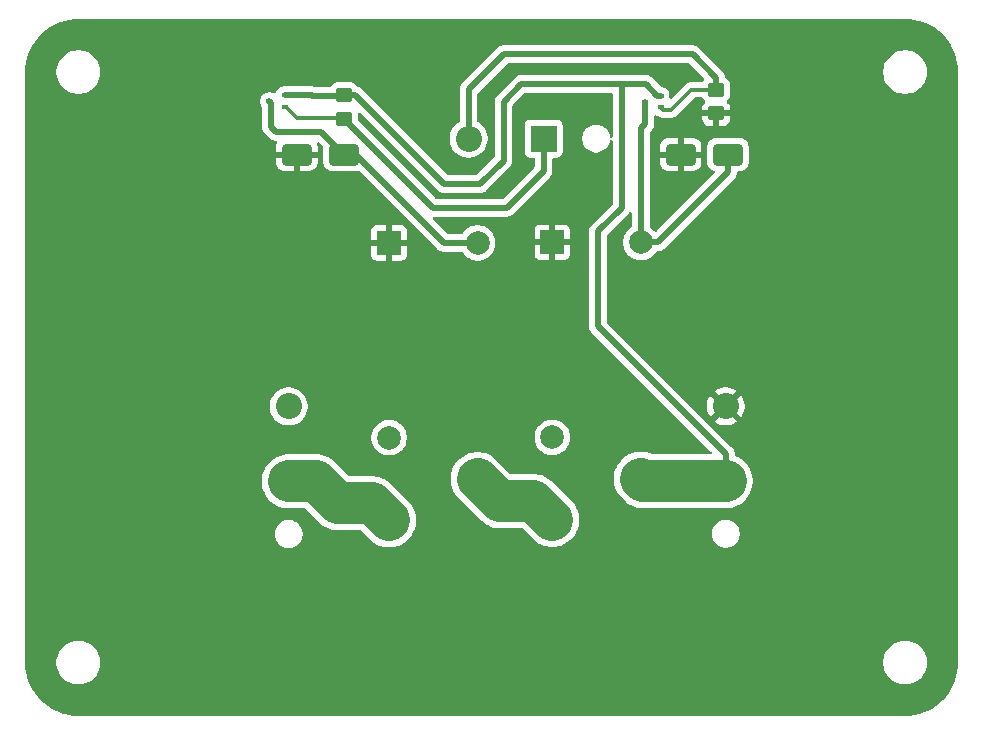
<source format=gtl>
G04 #@! TF.GenerationSoftware,KiCad,Pcbnew,9.0.0*
G04 #@! TF.CreationDate,2025-04-19T00:24:35-05:00*
G04 #@! TF.ProjectId,Charging_PCB,43686172-6769-46e6-975f-5043422e6b69,rev?*
G04 #@! TF.SameCoordinates,Original*
G04 #@! TF.FileFunction,Copper,L1,Top*
G04 #@! TF.FilePolarity,Positive*
%FSLAX46Y46*%
G04 Gerber Fmt 4.6, Leading zero omitted, Abs format (unit mm)*
G04 Created by KiCad (PCBNEW 9.0.0) date 2025-04-19 00:24:35*
%MOMM*%
%LPD*%
G01*
G04 APERTURE LIST*
G04 Aperture macros list*
%AMRoundRect*
0 Rectangle with rounded corners*
0 $1 Rounding radius*
0 $2 $3 $4 $5 $6 $7 $8 $9 X,Y pos of 4 corners*
0 Add a 4 corners polygon primitive as box body*
4,1,4,$2,$3,$4,$5,$6,$7,$8,$9,$2,$3,0*
0 Add four circle primitives for the rounded corners*
1,1,$1+$1,$2,$3*
1,1,$1+$1,$4,$5*
1,1,$1+$1,$6,$7*
1,1,$1+$1,$8,$9*
0 Add four rect primitives between the rounded corners*
20,1,$1+$1,$2,$3,$4,$5,0*
20,1,$1+$1,$4,$5,$6,$7,0*
20,1,$1+$1,$6,$7,$8,$9,0*
20,1,$1+$1,$8,$9,$2,$3,0*%
G04 Aperture macros list end*
G04 #@! TA.AperFunction,ComponentPad*
%ADD10R,2.210000X2.210000*%
G04 #@! TD*
G04 #@! TA.AperFunction,ComponentPad*
%ADD11C,2.210000*%
G04 #@! TD*
G04 #@! TA.AperFunction,ComponentPad*
%ADD12C,2.000000*%
G04 #@! TD*
G04 #@! TA.AperFunction,ComponentPad*
%ADD13R,2.000000X2.000000*%
G04 #@! TD*
G04 #@! TA.AperFunction,SMDPad,CuDef*
%ADD14RoundRect,0.250000X-0.450000X0.350000X-0.450000X-0.350000X0.450000X-0.350000X0.450000X0.350000X0*%
G04 #@! TD*
G04 #@! TA.AperFunction,SMDPad,CuDef*
%ADD15RoundRect,0.100000X-0.155000X-0.100000X0.155000X-0.100000X0.155000X0.100000X-0.155000X0.100000X0*%
G04 #@! TD*
G04 #@! TA.AperFunction,SMDPad,CuDef*
%ADD16RoundRect,0.250000X1.000000X0.650000X-1.000000X0.650000X-1.000000X-0.650000X1.000000X-0.650000X0*%
G04 #@! TD*
G04 #@! TA.AperFunction,ViaPad*
%ADD17C,0.700000*%
G04 #@! TD*
G04 #@! TA.AperFunction,Conductor*
%ADD18C,0.500000*%
G04 #@! TD*
G04 #@! TA.AperFunction,Conductor*
%ADD19C,3.560000*%
G04 #@! TD*
G04 #@! TA.AperFunction,Conductor*
%ADD20C,0.200000*%
G04 #@! TD*
G04 #@! TA.AperFunction,Conductor*
%ADD21C,0.300000*%
G04 #@! TD*
G04 APERTURE END LIST*
D10*
X129812500Y-114162500D03*
D11*
X129812500Y-107812500D03*
D12*
X152125000Y-117425000D03*
X159625000Y-113925000D03*
X152125000Y-110425000D03*
D13*
X152125000Y-93925000D03*
D12*
X159625000Y-93925000D03*
D14*
X166000000Y-81000000D03*
X166000000Y-83000000D03*
D12*
X138312500Y-117462500D03*
X145812500Y-113962500D03*
X138312500Y-110462500D03*
D13*
X138312500Y-93962500D03*
D12*
X145812500Y-93962500D03*
D15*
X129457500Y-81462500D03*
X129457500Y-82462500D03*
X128167500Y-81962500D03*
D14*
X134500000Y-81462500D03*
X134500000Y-83462500D03*
D10*
X166812500Y-114135000D03*
D11*
X166812500Y-107785000D03*
D15*
X161290000Y-81500000D03*
X161290000Y-82500000D03*
X160000000Y-82000000D03*
D16*
X167000000Y-86500000D03*
X163000000Y-86500000D03*
X134500000Y-86500000D03*
X130500000Y-86500000D03*
D10*
X151387500Y-85135000D03*
D11*
X145037500Y-85135000D03*
D17*
X179936399Y-85020471D03*
X182436399Y-85020471D03*
X110069913Y-85018530D03*
X115069913Y-85018530D03*
X112569913Y-85018530D03*
X154000000Y-88500000D03*
X154000000Y-86000000D03*
X154000000Y-83500000D03*
X152500000Y-97500000D03*
X170000000Y-125000000D03*
X175000000Y-125000000D03*
X172500000Y-125000000D03*
X132500000Y-100000000D03*
X130000000Y-100000000D03*
X125000000Y-100000000D03*
X127500000Y-100000000D03*
X142500000Y-82500000D03*
X140000000Y-82500000D03*
X125000000Y-77500000D03*
X125000000Y-85000000D03*
X125000000Y-82500000D03*
X125000000Y-80000000D03*
X125000000Y-87500000D03*
X142500000Y-80000000D03*
X140000000Y-80000000D03*
X150000000Y-125000000D03*
X147500000Y-125000000D03*
X142500000Y-125000000D03*
X140000000Y-125000000D03*
X145000000Y-125000000D03*
X137500000Y-125000000D03*
X135000000Y-125000000D03*
X130000000Y-125000000D03*
X132500000Y-125000000D03*
X125000000Y-125000000D03*
X127500000Y-125000000D03*
X170000000Y-117500000D03*
X170000000Y-120000000D03*
X169861632Y-112617999D03*
X169861632Y-115117999D03*
X170000000Y-107500000D03*
X170000000Y-110000000D03*
X160000000Y-97500000D03*
X160000000Y-100000000D03*
X167500000Y-102500000D03*
X167500000Y-105000000D03*
X165000000Y-102500000D03*
X165000000Y-105000000D03*
X170000000Y-102500000D03*
X170000000Y-105000000D03*
X142500000Y-115000000D03*
X142500000Y-117500000D03*
X142500000Y-110000000D03*
X142500000Y-112500000D03*
X155000000Y-117500000D03*
X155000000Y-115000000D03*
X155812500Y-112500000D03*
X155812500Y-110000000D03*
X152500000Y-102500000D03*
X152500000Y-100000000D03*
X155000000Y-107500000D03*
X155000000Y-105000000D03*
X152500000Y-105000000D03*
X152500000Y-107500000D03*
X130000000Y-105000000D03*
X130000000Y-102500000D03*
X127500000Y-102500000D03*
X127500000Y-105000000D03*
X145000000Y-107500000D03*
X140000000Y-107500000D03*
X142500000Y-107500000D03*
X147500000Y-107500000D03*
X137500000Y-107500000D03*
X147500000Y-105000000D03*
X147500000Y-102500000D03*
X147500000Y-100000000D03*
X147500000Y-97500000D03*
X145000000Y-102500000D03*
X137500000Y-105000000D03*
X140000000Y-105000000D03*
X140000000Y-102500000D03*
X142500000Y-102500000D03*
X137500000Y-97500000D03*
X145000000Y-105000000D03*
X137500000Y-102500000D03*
X142500000Y-105000000D03*
X140000000Y-100000000D03*
X140000000Y-97500000D03*
X142500000Y-97500000D03*
X145000000Y-97500000D03*
X145000000Y-100000000D03*
X142500000Y-100000000D03*
X137500000Y-100000000D03*
X170000000Y-95000000D03*
X170000000Y-92500000D03*
X170000000Y-97500000D03*
X167500000Y-97500000D03*
X165000000Y-95000000D03*
X167500000Y-95000000D03*
X165000000Y-92500000D03*
X165000000Y-97500000D03*
X167500000Y-92500000D03*
X170000000Y-82500000D03*
X170000000Y-80000000D03*
X167500000Y-80000000D03*
X177500000Y-85000000D03*
X177500000Y-82500000D03*
X175000000Y-80000000D03*
X177500000Y-80000000D03*
X172500000Y-82500000D03*
X172500000Y-80000000D03*
X172500000Y-85000000D03*
X175000000Y-82500000D03*
X175000000Y-85000000D03*
X182500000Y-117500000D03*
X175000000Y-120000000D03*
X172500000Y-117500000D03*
X172500000Y-120000000D03*
X177500000Y-120000000D03*
X177500000Y-117500000D03*
X180000000Y-117500000D03*
X175000000Y-112500000D03*
X182500000Y-120000000D03*
X175000000Y-117500000D03*
X180000000Y-120000000D03*
X177500000Y-115000000D03*
X177500000Y-112500000D03*
X180000000Y-112500000D03*
X182500000Y-112500000D03*
X182500000Y-115000000D03*
X180000000Y-115000000D03*
X175000000Y-115000000D03*
X172500000Y-112500000D03*
X172500000Y-115000000D03*
X172500000Y-102500000D03*
X172500000Y-100000000D03*
X172500000Y-105000000D03*
X175000000Y-90000000D03*
X175000000Y-105000000D03*
X172500000Y-97500000D03*
X175000000Y-92500000D03*
X175000000Y-87500000D03*
X175000000Y-97500000D03*
X177500000Y-92500000D03*
X177500000Y-87500000D03*
X182500000Y-92500000D03*
X182500000Y-90000000D03*
X182500000Y-87500000D03*
X180000000Y-92500000D03*
X180000000Y-87500000D03*
X177500000Y-90000000D03*
X180000000Y-90000000D03*
X182500000Y-107500000D03*
X177500000Y-110000000D03*
X180000000Y-107500000D03*
X177500000Y-107500000D03*
X182500000Y-110000000D03*
X175000000Y-107500000D03*
X180000000Y-110000000D03*
X172500000Y-107500000D03*
X172500000Y-110000000D03*
X175000000Y-110000000D03*
X175000000Y-100000000D03*
X175000000Y-102500000D03*
X182500000Y-105000000D03*
X177500000Y-105000000D03*
X177500000Y-102500000D03*
X180000000Y-102500000D03*
X180000000Y-97500000D03*
X182500000Y-102500000D03*
X182500000Y-100000000D03*
X182500000Y-97500000D03*
X177500000Y-100000000D03*
X180000000Y-100000000D03*
X177500000Y-97500000D03*
X180000000Y-105000000D03*
X180000000Y-95000000D03*
X177500000Y-95000000D03*
X172500000Y-92500000D03*
X172500000Y-87500000D03*
X175000000Y-95000000D03*
X172500000Y-90000000D03*
X182500000Y-95000000D03*
X172500000Y-95000000D03*
X132500000Y-90000000D03*
X132500000Y-92500000D03*
X132500000Y-97500000D03*
X132500000Y-95000000D03*
X127500000Y-90000000D03*
X125000000Y-90000000D03*
X130000000Y-90000000D03*
X127500000Y-92500000D03*
X125000000Y-92500000D03*
X130000000Y-92500000D03*
X127500000Y-95000000D03*
X125000000Y-95000000D03*
X130000000Y-95000000D03*
X127500000Y-97500000D03*
X125000000Y-97500000D03*
X130000000Y-97500000D03*
X127500000Y-77500000D03*
X130000000Y-77500000D03*
X120000000Y-77500000D03*
X117500000Y-77500000D03*
X122500000Y-77500000D03*
X122500000Y-85000000D03*
X120000000Y-85000000D03*
X120000000Y-80000000D03*
X122500000Y-80000000D03*
X117500000Y-80000000D03*
X117500000Y-85000000D03*
X122500000Y-82500000D03*
X117500000Y-82500000D03*
X120000000Y-82500000D03*
X115000000Y-122500000D03*
X112500000Y-122500000D03*
X112500000Y-117500000D03*
X115000000Y-117500000D03*
X110000000Y-117500000D03*
X110000000Y-122500000D03*
X115000000Y-120000000D03*
X110000000Y-120000000D03*
X112500000Y-120000000D03*
X117500000Y-122500000D03*
X117500000Y-117500000D03*
X122500000Y-122500000D03*
X122500000Y-120000000D03*
X122500000Y-117500000D03*
X120000000Y-122500000D03*
X120000000Y-117500000D03*
X117500000Y-120000000D03*
X120000000Y-120000000D03*
X120000000Y-125000000D03*
X117500000Y-125000000D03*
X122500000Y-125000000D03*
X117500000Y-112500000D03*
X117500000Y-107500000D03*
X122500000Y-112500000D03*
X122500000Y-110000000D03*
X122500000Y-107500000D03*
X120000000Y-112500000D03*
X120000000Y-107500000D03*
X117500000Y-110000000D03*
X120000000Y-110000000D03*
X120000000Y-115000000D03*
X117500000Y-115000000D03*
X122500000Y-115000000D03*
X110000000Y-112500000D03*
X110000000Y-107500000D03*
X115000000Y-112500000D03*
X115000000Y-110000000D03*
X115000000Y-107500000D03*
X112500000Y-112500000D03*
X112500000Y-107500000D03*
X110000000Y-110000000D03*
X112500000Y-110000000D03*
X112500000Y-115000000D03*
X110000000Y-115000000D03*
X115000000Y-115000000D03*
X117500000Y-102500000D03*
X122500000Y-102500000D03*
X122500000Y-100000000D03*
X122500000Y-97500000D03*
X120000000Y-102500000D03*
X117500000Y-100000000D03*
X120000000Y-105000000D03*
X117500000Y-105000000D03*
X122500000Y-105000000D03*
X110000000Y-102500000D03*
X110000000Y-97500000D03*
X115000000Y-102500000D03*
X115000000Y-100000000D03*
X115000000Y-97500000D03*
X112500000Y-102500000D03*
X112500000Y-97500000D03*
X110000000Y-100000000D03*
X112500000Y-100000000D03*
X112500000Y-105000000D03*
X110000000Y-105000000D03*
X115000000Y-105000000D03*
X110000000Y-92500000D03*
X110000000Y-87500000D03*
X115000000Y-87500000D03*
X112500000Y-87500000D03*
X110000000Y-90000000D03*
X112500000Y-95000000D03*
X110000000Y-95000000D03*
X122500000Y-95000000D03*
X122500000Y-90000000D03*
X122500000Y-87500000D03*
X120000000Y-87500000D03*
X117500000Y-87500000D03*
X130500000Y-89000000D03*
X128000000Y-86500000D03*
X163000000Y-88500000D03*
D18*
X160032500Y-80500000D02*
X158000000Y-80500000D01*
X160000000Y-83900000D02*
X160000000Y-82000000D01*
X159625000Y-84275000D02*
X160000000Y-83900000D01*
X159625000Y-93925000D02*
X159625000Y-84275000D01*
X167000000Y-88000000D02*
X167000000Y-86500000D01*
X159625000Y-93925000D02*
X161075000Y-93925000D01*
X161075000Y-93925000D02*
X167000000Y-88000000D01*
X156000000Y-101000000D02*
X166812500Y-111812500D01*
X166812500Y-111812500D02*
X166812500Y-114135000D01*
X156000000Y-93000000D02*
X156000000Y-101000000D01*
X158000000Y-91000000D02*
X156000000Y-93000000D01*
X158000000Y-80500000D02*
X158000000Y-91000000D01*
X142037500Y-91000000D02*
X134500000Y-83462500D01*
X148261250Y-91000000D02*
X142037500Y-91000000D01*
X151387500Y-87873750D02*
X148261250Y-91000000D01*
X151387500Y-85135000D02*
X151387500Y-87873750D01*
X135500000Y-86500000D02*
X142962500Y-93962500D01*
X142962500Y-93962500D02*
X145812500Y-93962500D01*
X134500000Y-86500000D02*
X135500000Y-86500000D01*
X164000000Y-78000000D02*
X166000000Y-80000000D01*
X148000000Y-78000000D02*
X164000000Y-78000000D01*
X145037500Y-80962500D02*
X148000000Y-78000000D01*
X145037500Y-85135000D02*
X145037500Y-80962500D01*
X166000000Y-80000000D02*
X166000000Y-81000000D01*
X148000000Y-87000000D02*
X146000000Y-89000000D01*
X146000000Y-89000000D02*
X143000000Y-89000000D01*
X148000000Y-82000000D02*
X148000000Y-87000000D01*
X149500000Y-80500000D02*
X148000000Y-82000000D01*
X158000000Y-80500000D02*
X149500000Y-80500000D01*
X143000000Y-89000000D02*
X135462500Y-81462500D01*
X135462500Y-81462500D02*
X134500000Y-81462500D01*
D19*
X152125000Y-117425000D02*
X150525000Y-115825000D01*
X134000000Y-116000000D02*
X136850000Y-116000000D01*
D18*
X161032500Y-81500000D02*
X160032500Y-80500000D01*
D19*
X147675000Y-115825000D02*
X145812500Y-113962500D01*
X132162500Y-114162500D02*
X134000000Y-116000000D01*
X129812500Y-114162500D02*
X132162500Y-114162500D01*
X136850000Y-116000000D02*
X138312500Y-117462500D01*
X150525000Y-115825000D02*
X147675000Y-115825000D01*
X166812500Y-114135000D02*
X159835000Y-114135000D01*
X159835000Y-114135000D02*
X159625000Y-113925000D01*
D18*
X161290000Y-81500000D02*
X161032500Y-81500000D01*
D20*
X134462500Y-81500000D02*
X134500000Y-81462500D01*
D18*
X131812500Y-81500000D02*
X134462500Y-81500000D01*
X131812500Y-81500000D02*
X131775000Y-81462500D01*
X131775000Y-81462500D02*
X129457500Y-81462500D01*
X132563500Y-84563500D02*
X134500000Y-86500000D01*
X128738500Y-84563500D02*
X132563500Y-84563500D01*
X128167500Y-81962500D02*
X128312500Y-82107500D01*
X128312500Y-84137500D02*
X128738500Y-84563500D01*
X128312500Y-82107500D02*
X128312500Y-84137500D01*
D21*
X130515000Y-83375000D02*
X134412500Y-83375000D01*
X129602500Y-82462500D02*
X130515000Y-83375000D01*
D20*
X134412500Y-83375000D02*
X134500000Y-83462500D01*
D21*
X129457500Y-82462500D02*
X129602500Y-82462500D01*
X163900000Y-81000000D02*
X162192500Y-82707500D01*
X161497500Y-82707500D02*
X161290000Y-82500000D01*
X162192500Y-82707500D02*
X161497500Y-82707500D01*
X166000000Y-81000000D02*
X163900000Y-81000000D01*
G04 #@! TA.AperFunction,Conductor*
G36*
X182002702Y-75000617D02*
G01*
X182386771Y-75017386D01*
X182397506Y-75018326D01*
X182775971Y-75068152D01*
X182786597Y-75070025D01*
X183159284Y-75152648D01*
X183169710Y-75155442D01*
X183533765Y-75270227D01*
X183543911Y-75273920D01*
X183896578Y-75420000D01*
X183906369Y-75424566D01*
X184244942Y-75600816D01*
X184254310Y-75606224D01*
X184576244Y-75811318D01*
X184585105Y-75817523D01*
X184887930Y-76049889D01*
X184896217Y-76056843D01*
X185177635Y-76314715D01*
X185185284Y-76322364D01*
X185443156Y-76603782D01*
X185450110Y-76612069D01*
X185682476Y-76914894D01*
X185688681Y-76923755D01*
X185893775Y-77245689D01*
X185899183Y-77255057D01*
X186075430Y-77593623D01*
X186080002Y-77603427D01*
X186226075Y-77956078D01*
X186229775Y-77966244D01*
X186344554Y-78330278D01*
X186347354Y-78340727D01*
X186429971Y-78713389D01*
X186431849Y-78724042D01*
X186481671Y-79102473D01*
X186482614Y-79113249D01*
X186499382Y-79497297D01*
X186499500Y-79502706D01*
X186499500Y-129497293D01*
X186499382Y-129502702D01*
X186482614Y-129886750D01*
X186481671Y-129897526D01*
X186431849Y-130275957D01*
X186429971Y-130286610D01*
X186347354Y-130659272D01*
X186344554Y-130669721D01*
X186229775Y-131033755D01*
X186226075Y-131043921D01*
X186080002Y-131396572D01*
X186075430Y-131406376D01*
X185899183Y-131744942D01*
X185893775Y-131754310D01*
X185688681Y-132076244D01*
X185682476Y-132085105D01*
X185450110Y-132387930D01*
X185443156Y-132396217D01*
X185185284Y-132677635D01*
X185177635Y-132685284D01*
X184896217Y-132943156D01*
X184887930Y-132950110D01*
X184585105Y-133182476D01*
X184576244Y-133188681D01*
X184254310Y-133393775D01*
X184244942Y-133399183D01*
X183906376Y-133575430D01*
X183896572Y-133580002D01*
X183543921Y-133726075D01*
X183533755Y-133729775D01*
X183169721Y-133844554D01*
X183159272Y-133847354D01*
X182786610Y-133929971D01*
X182775957Y-133931849D01*
X182397526Y-133981671D01*
X182386750Y-133982614D01*
X182002703Y-133999382D01*
X181997294Y-133999500D01*
X112002706Y-133999500D01*
X111997297Y-133999382D01*
X111613249Y-133982614D01*
X111602473Y-133981671D01*
X111224042Y-133931849D01*
X111213389Y-133929971D01*
X110840727Y-133847354D01*
X110830278Y-133844554D01*
X110466244Y-133729775D01*
X110456078Y-133726075D01*
X110103427Y-133580002D01*
X110093623Y-133575430D01*
X109755057Y-133399183D01*
X109745689Y-133393775D01*
X109423755Y-133188681D01*
X109414894Y-133182476D01*
X109112069Y-132950110D01*
X109103782Y-132943156D01*
X108822364Y-132685284D01*
X108814715Y-132677635D01*
X108556843Y-132396217D01*
X108549889Y-132387930D01*
X108317523Y-132085105D01*
X108311318Y-132076244D01*
X108106224Y-131754310D01*
X108100816Y-131744942D01*
X107924569Y-131406376D01*
X107919997Y-131396572D01*
X107773920Y-131043911D01*
X107770224Y-131033755D01*
X107655442Y-130669710D01*
X107652648Y-130659284D01*
X107570025Y-130286597D01*
X107568152Y-130275971D01*
X107518326Y-129897506D01*
X107517386Y-129886771D01*
X107500618Y-129502702D01*
X107500500Y-129497293D01*
X107500500Y-129378711D01*
X110149500Y-129378711D01*
X110149500Y-129621288D01*
X110181161Y-129861785D01*
X110243947Y-130096104D01*
X110336773Y-130320205D01*
X110336776Y-130320212D01*
X110458064Y-130530289D01*
X110458066Y-130530292D01*
X110458067Y-130530293D01*
X110605733Y-130722736D01*
X110605739Y-130722743D01*
X110777256Y-130894260D01*
X110777262Y-130894265D01*
X110969711Y-131041936D01*
X111179788Y-131163224D01*
X111403900Y-131256054D01*
X111638211Y-131318838D01*
X111818586Y-131342584D01*
X111878711Y-131350500D01*
X111878712Y-131350500D01*
X112121289Y-131350500D01*
X112169388Y-131344167D01*
X112361789Y-131318838D01*
X112596100Y-131256054D01*
X112820212Y-131163224D01*
X113030289Y-131041936D01*
X113222738Y-130894265D01*
X113394265Y-130722738D01*
X113541936Y-130530289D01*
X113663224Y-130320212D01*
X113756054Y-130096100D01*
X113818838Y-129861789D01*
X113850500Y-129621288D01*
X113850500Y-129378712D01*
X113850500Y-129378711D01*
X180149500Y-129378711D01*
X180149500Y-129621288D01*
X180181161Y-129861785D01*
X180243947Y-130096104D01*
X180336773Y-130320205D01*
X180336776Y-130320212D01*
X180458064Y-130530289D01*
X180458066Y-130530292D01*
X180458067Y-130530293D01*
X180605733Y-130722736D01*
X180605739Y-130722743D01*
X180777256Y-130894260D01*
X180777262Y-130894265D01*
X180969711Y-131041936D01*
X181179788Y-131163224D01*
X181403900Y-131256054D01*
X181638211Y-131318838D01*
X181818586Y-131342584D01*
X181878711Y-131350500D01*
X181878712Y-131350500D01*
X182121289Y-131350500D01*
X182169388Y-131344167D01*
X182361789Y-131318838D01*
X182596100Y-131256054D01*
X182820212Y-131163224D01*
X183030289Y-131041936D01*
X183222738Y-130894265D01*
X183394265Y-130722738D01*
X183541936Y-130530289D01*
X183663224Y-130320212D01*
X183756054Y-130096100D01*
X183818838Y-129861789D01*
X183850500Y-129621288D01*
X183850500Y-129378712D01*
X183818838Y-129138211D01*
X183756054Y-128903900D01*
X183663224Y-128679788D01*
X183541936Y-128469711D01*
X183394265Y-128277262D01*
X183394260Y-128277256D01*
X183222743Y-128105739D01*
X183222736Y-128105733D01*
X183030293Y-127958067D01*
X183030292Y-127958066D01*
X183030289Y-127958064D01*
X182820212Y-127836776D01*
X182820205Y-127836773D01*
X182596104Y-127743947D01*
X182361785Y-127681161D01*
X182121289Y-127649500D01*
X182121288Y-127649500D01*
X181878712Y-127649500D01*
X181878711Y-127649500D01*
X181638214Y-127681161D01*
X181403895Y-127743947D01*
X181179794Y-127836773D01*
X181179785Y-127836777D01*
X180969706Y-127958067D01*
X180777263Y-128105733D01*
X180777256Y-128105739D01*
X180605739Y-128277256D01*
X180605733Y-128277263D01*
X180458067Y-128469706D01*
X180336777Y-128679785D01*
X180336773Y-128679794D01*
X180243947Y-128903895D01*
X180181161Y-129138214D01*
X180149500Y-129378711D01*
X113850500Y-129378711D01*
X113818838Y-129138211D01*
X113756054Y-128903900D01*
X113663224Y-128679788D01*
X113541936Y-128469711D01*
X113394265Y-128277262D01*
X113394260Y-128277256D01*
X113222743Y-128105739D01*
X113222736Y-128105733D01*
X113030293Y-127958067D01*
X113030292Y-127958066D01*
X113030289Y-127958064D01*
X112820212Y-127836776D01*
X112820205Y-127836773D01*
X112596104Y-127743947D01*
X112361785Y-127681161D01*
X112121289Y-127649500D01*
X112121288Y-127649500D01*
X111878712Y-127649500D01*
X111878711Y-127649500D01*
X111638214Y-127681161D01*
X111403895Y-127743947D01*
X111179794Y-127836773D01*
X111179785Y-127836777D01*
X110969706Y-127958067D01*
X110777263Y-128105733D01*
X110777256Y-128105739D01*
X110605739Y-128277256D01*
X110605733Y-128277263D01*
X110458067Y-128469706D01*
X110336777Y-128679785D01*
X110336773Y-128679794D01*
X110243947Y-128903895D01*
X110181161Y-129138214D01*
X110149500Y-129378711D01*
X107500500Y-129378711D01*
X107500500Y-118519593D01*
X128632000Y-118519593D01*
X128632000Y-118705406D01*
X128661068Y-118888935D01*
X128661068Y-118888938D01*
X128718486Y-119065652D01*
X128758025Y-119143251D01*
X128802846Y-119231217D01*
X128912065Y-119381544D01*
X129043456Y-119512935D01*
X129193783Y-119622154D01*
X129305375Y-119679013D01*
X129359347Y-119706513D01*
X129536062Y-119763931D01*
X129536063Y-119763931D01*
X129536066Y-119763932D01*
X129719593Y-119793000D01*
X129719594Y-119793000D01*
X129905406Y-119793000D01*
X129905407Y-119793000D01*
X130088934Y-119763932D01*
X130088937Y-119763931D01*
X130088938Y-119763931D01*
X130265652Y-119706513D01*
X130265652Y-119706512D01*
X130265655Y-119706512D01*
X130431217Y-119622154D01*
X130581544Y-119512935D01*
X130712935Y-119381544D01*
X130822154Y-119231217D01*
X130906512Y-119065655D01*
X130937799Y-118969364D01*
X130963931Y-118888938D01*
X130963931Y-118888937D01*
X130963932Y-118888934D01*
X130993000Y-118705407D01*
X130993000Y-118519593D01*
X130963932Y-118336066D01*
X130963931Y-118336062D01*
X130963931Y-118336061D01*
X130906513Y-118159347D01*
X130889107Y-118125185D01*
X130822154Y-117993783D01*
X130712935Y-117843456D01*
X130581544Y-117712065D01*
X130431217Y-117602846D01*
X130375530Y-117574472D01*
X130265652Y-117518486D01*
X130088937Y-117461068D01*
X129951288Y-117439267D01*
X129905407Y-117432000D01*
X129719593Y-117432000D01*
X129658417Y-117441689D01*
X129536064Y-117461068D01*
X129536061Y-117461068D01*
X129359347Y-117518486D01*
X129193782Y-117602846D01*
X129108015Y-117665159D01*
X129043456Y-117712065D01*
X129043454Y-117712067D01*
X129043453Y-117712067D01*
X128912067Y-117843453D01*
X128912067Y-117843454D01*
X128912065Y-117843456D01*
X128892164Y-117870848D01*
X128802846Y-117993782D01*
X128718486Y-118159347D01*
X128661068Y-118336061D01*
X128661068Y-118336064D01*
X128632000Y-118519593D01*
X107500500Y-118519593D01*
X107500500Y-114013034D01*
X127532000Y-114013034D01*
X127532000Y-114311965D01*
X127532001Y-114311981D01*
X127571019Y-114608354D01*
X127648394Y-114897120D01*
X127762790Y-115173296D01*
X127762794Y-115173305D01*
X127796795Y-115232196D01*
X127912265Y-115432196D01*
X127912270Y-115432202D01*
X127912271Y-115432204D01*
X128094249Y-115669362D01*
X128094255Y-115669369D01*
X128305630Y-115880744D01*
X128305637Y-115880750D01*
X128354361Y-115918137D01*
X128542804Y-116062735D01*
X128801697Y-116212207D01*
X129077884Y-116326607D01*
X129366642Y-116403980D01*
X129663028Y-116443000D01*
X131166524Y-116443000D01*
X131233563Y-116462685D01*
X131254205Y-116479319D01*
X132493129Y-117718244D01*
X132493136Y-117718250D01*
X132730299Y-117900232D01*
X132730298Y-117900232D01*
X132730302Y-117900234D01*
X132730303Y-117900235D01*
X132744370Y-117908356D01*
X132744372Y-117908358D01*
X132744373Y-117908358D01*
X132989197Y-118049707D01*
X133265384Y-118164107D01*
X133554142Y-118241480D01*
X133850528Y-118280500D01*
X135854024Y-118280500D01*
X135921063Y-118300185D01*
X135941705Y-118316819D01*
X136805629Y-119180744D01*
X136805636Y-119180750D01*
X137042805Y-119362737D01*
X137042807Y-119362738D01*
X137301686Y-119512200D01*
X137301689Y-119512201D01*
X137301697Y-119512206D01*
X137577884Y-119626607D01*
X137866641Y-119703979D01*
X138163028Y-119742999D01*
X138163035Y-119742999D01*
X138461965Y-119742999D01*
X138461972Y-119742999D01*
X138758358Y-119703979D01*
X139047116Y-119626607D01*
X139323303Y-119512206D01*
X139582196Y-119362735D01*
X139819364Y-119180749D01*
X140030749Y-118969364D01*
X140212735Y-118732196D01*
X140362206Y-118473303D01*
X140476607Y-118197116D01*
X140553979Y-117908358D01*
X140592999Y-117611972D01*
X140592999Y-117313028D01*
X140553979Y-117016641D01*
X140476607Y-116727884D01*
X140362206Y-116451697D01*
X140341307Y-116415498D01*
X140212738Y-116192807D01*
X140212737Y-116192805D01*
X140030750Y-115955636D01*
X140030744Y-115955629D01*
X138356869Y-114281754D01*
X138356862Y-114281748D01*
X138119700Y-114099768D01*
X138119699Y-114099767D01*
X138119696Y-114099765D01*
X137860803Y-113950293D01*
X137860796Y-113950290D01*
X137796192Y-113923530D01*
X137584620Y-113835894D01*
X137499280Y-113813027D01*
X143532001Y-113813027D01*
X143532001Y-114111972D01*
X143571019Y-114408354D01*
X143648394Y-114697120D01*
X143719846Y-114869620D01*
X143762793Y-114973303D01*
X143912265Y-115232196D01*
X143912267Y-115232199D01*
X143912268Y-115232200D01*
X144094248Y-115469362D01*
X144094254Y-115469369D01*
X146168130Y-117543245D01*
X146168136Y-117543250D01*
X146405304Y-117725235D01*
X146562432Y-117815953D01*
X146664189Y-117874703D01*
X146664194Y-117874705D01*
X146664197Y-117874707D01*
X146940384Y-117989108D01*
X147225462Y-118065494D01*
X147229142Y-118066480D01*
X147525528Y-118105500D01*
X149529024Y-118105500D01*
X149596063Y-118125185D01*
X149616705Y-118141819D01*
X150618130Y-119143245D01*
X150618136Y-119143250D01*
X150855304Y-119325235D01*
X151021696Y-119421301D01*
X151114189Y-119474703D01*
X151114194Y-119474705D01*
X151114197Y-119474707D01*
X151390384Y-119589108D01*
X151679142Y-119666480D01*
X151888461Y-119694036D01*
X151975527Y-119705499D01*
X151975528Y-119705499D01*
X152274473Y-119705499D01*
X152341769Y-119696639D01*
X152570859Y-119666480D01*
X152859616Y-119589108D01*
X153135803Y-119474707D01*
X153394697Y-119325235D01*
X153631865Y-119143250D01*
X153843250Y-118931865D01*
X154025235Y-118694697D01*
X154142208Y-118492093D01*
X165632000Y-118492093D01*
X165632000Y-118677907D01*
X165636356Y-118705407D01*
X165661068Y-118861435D01*
X165661068Y-118861438D01*
X165718486Y-119038152D01*
X165772037Y-119143251D01*
X165802846Y-119203717D01*
X165912065Y-119354044D01*
X166043456Y-119485435D01*
X166193783Y-119594654D01*
X166334746Y-119666478D01*
X166359347Y-119679013D01*
X166536062Y-119736431D01*
X166536063Y-119736431D01*
X166536066Y-119736432D01*
X166719593Y-119765500D01*
X166719594Y-119765500D01*
X166905406Y-119765500D01*
X166905407Y-119765500D01*
X167088934Y-119736432D01*
X167088937Y-119736431D01*
X167088938Y-119736431D01*
X167265652Y-119679013D01*
X167265652Y-119679012D01*
X167265655Y-119679012D01*
X167431217Y-119594654D01*
X167581544Y-119485435D01*
X167712935Y-119354044D01*
X167822154Y-119203717D01*
X167906512Y-119038155D01*
X167928862Y-118969369D01*
X167963931Y-118861438D01*
X167963931Y-118861437D01*
X167963932Y-118861434D01*
X167993000Y-118677907D01*
X167993000Y-118492093D01*
X167963932Y-118308566D01*
X167963931Y-118308562D01*
X167963931Y-118308561D01*
X167906513Y-118131847D01*
X167903119Y-118125185D01*
X167822154Y-117966283D01*
X167712935Y-117815956D01*
X167581544Y-117684565D01*
X167431217Y-117575346D01*
X167368225Y-117543250D01*
X167265652Y-117490986D01*
X167088937Y-117433568D01*
X166951288Y-117411767D01*
X166905407Y-117404500D01*
X166719593Y-117404500D01*
X166658417Y-117414189D01*
X166536064Y-117433568D01*
X166536061Y-117433568D01*
X166359347Y-117490986D01*
X166193782Y-117575346D01*
X166143359Y-117611981D01*
X166043456Y-117684565D01*
X166043454Y-117684567D01*
X166043453Y-117684567D01*
X165912067Y-117815953D01*
X165912067Y-117815954D01*
X165912065Y-117815956D01*
X165892087Y-117843454D01*
X165802846Y-117966282D01*
X165718486Y-118131847D01*
X165661068Y-118308561D01*
X165661068Y-118308564D01*
X165640915Y-118435805D01*
X165632000Y-118492093D01*
X154142208Y-118492093D01*
X154174707Y-118435803D01*
X154289108Y-118159616D01*
X154366480Y-117870859D01*
X154405499Y-117574472D01*
X154405499Y-117275528D01*
X154366480Y-116979142D01*
X154289108Y-116690384D01*
X154174707Y-116414197D01*
X154174705Y-116414194D01*
X154174703Y-116414189D01*
X154108260Y-116299107D01*
X154025235Y-116155304D01*
X153843250Y-115918136D01*
X153843245Y-115918130D01*
X152031869Y-114106754D01*
X152031862Y-114106748D01*
X151794700Y-113924768D01*
X151794699Y-113924767D01*
X151794696Y-113924765D01*
X151536210Y-113775528D01*
X151535805Y-113775294D01*
X151535796Y-113775290D01*
X151259620Y-113660894D01*
X150970854Y-113583519D01*
X150674481Y-113544501D01*
X150674478Y-113544500D01*
X150674472Y-113544500D01*
X150674465Y-113544500D01*
X148670976Y-113544500D01*
X148603937Y-113524815D01*
X148583295Y-113508181D01*
X147319369Y-112244254D01*
X147319362Y-112244248D01*
X147082200Y-112062268D01*
X147082199Y-112062267D01*
X147082196Y-112062265D01*
X146823303Y-111912793D01*
X146823296Y-111912790D01*
X146547120Y-111798394D01*
X146323900Y-111738582D01*
X146258358Y-111721020D01*
X146258357Y-111721019D01*
X146258354Y-111721019D01*
X145961973Y-111682001D01*
X145961972Y-111682001D01*
X145663028Y-111682001D01*
X145663027Y-111682001D01*
X145366645Y-111721019D01*
X145077879Y-111798394D01*
X144801703Y-111912790D01*
X144801694Y-111912794D01*
X144542799Y-112062268D01*
X144305637Y-112244248D01*
X144305630Y-112244254D01*
X144094254Y-112455630D01*
X144094248Y-112455637D01*
X143912268Y-112692799D01*
X143762794Y-112951694D01*
X143762790Y-112951703D01*
X143648394Y-113227879D01*
X143571019Y-113516645D01*
X143532001Y-113813027D01*
X137499280Y-113813027D01*
X137359332Y-113775528D01*
X137295858Y-113758520D01*
X137295857Y-113758519D01*
X137295854Y-113758519D01*
X136999481Y-113719501D01*
X136999478Y-113719500D01*
X136999472Y-113719500D01*
X136999465Y-113719500D01*
X134995976Y-113719500D01*
X134928937Y-113699815D01*
X134908295Y-113683181D01*
X133669369Y-112444254D01*
X133669362Y-112444248D01*
X133432200Y-112262268D01*
X133432199Y-112262267D01*
X133432196Y-112262265D01*
X133173303Y-112112793D01*
X133173296Y-112112790D01*
X132897120Y-111998394D01*
X132608354Y-111921019D01*
X132311981Y-111882001D01*
X132311978Y-111882000D01*
X132311972Y-111882000D01*
X129663028Y-111882000D01*
X129663022Y-111882000D01*
X129663018Y-111882001D01*
X129366645Y-111921019D01*
X129077879Y-111998394D01*
X128801703Y-112112790D01*
X128801694Y-112112794D01*
X128542810Y-112262261D01*
X128542795Y-112262271D01*
X128305637Y-112444249D01*
X128305630Y-112444255D01*
X128094255Y-112655630D01*
X128094249Y-112655637D01*
X127912271Y-112892795D01*
X127912261Y-112892810D01*
X127762794Y-113151694D01*
X127762790Y-113151703D01*
X127648394Y-113427879D01*
X127571019Y-113716645D01*
X127532001Y-114013018D01*
X127532000Y-114013034D01*
X107500500Y-114013034D01*
X107500500Y-110344402D01*
X136812000Y-110344402D01*
X136812000Y-110580597D01*
X136848946Y-110813868D01*
X136921933Y-111038496D01*
X137010050Y-111211433D01*
X137029157Y-111248933D01*
X137167983Y-111440010D01*
X137334990Y-111607017D01*
X137526067Y-111745843D01*
X137625491Y-111796502D01*
X137736503Y-111853066D01*
X137736505Y-111853066D01*
X137736508Y-111853068D01*
X137845719Y-111888553D01*
X137961131Y-111926053D01*
X138194403Y-111963000D01*
X138194408Y-111963000D01*
X138430597Y-111963000D01*
X138663868Y-111926053D01*
X138679361Y-111921019D01*
X138888492Y-111853068D01*
X139098933Y-111745843D01*
X139290010Y-111607017D01*
X139457017Y-111440010D01*
X139595843Y-111248933D01*
X139703068Y-111038492D01*
X139776053Y-110813868D01*
X139781992Y-110776368D01*
X139813000Y-110580597D01*
X139813000Y-110344402D01*
X139809362Y-110321434D01*
X139807060Y-110306902D01*
X150624500Y-110306902D01*
X150624500Y-110543097D01*
X150661446Y-110776368D01*
X150734433Y-111000996D01*
X150841657Y-111211433D01*
X150980483Y-111402510D01*
X151147490Y-111569517D01*
X151338567Y-111708343D01*
X151412163Y-111745842D01*
X151549003Y-111815566D01*
X151549005Y-111815566D01*
X151549008Y-111815568D01*
X151639778Y-111845061D01*
X151773631Y-111888553D01*
X152006903Y-111925500D01*
X152006908Y-111925500D01*
X152243097Y-111925500D01*
X152476368Y-111888553D01*
X152496536Y-111882000D01*
X152700992Y-111815568D01*
X152911433Y-111708343D01*
X153102510Y-111569517D01*
X153269517Y-111402510D01*
X153408343Y-111211433D01*
X153515568Y-111000992D01*
X153588553Y-110776368D01*
X153625500Y-110543097D01*
X153625500Y-110306902D01*
X153588553Y-110073631D01*
X153554689Y-109969412D01*
X153515568Y-109849008D01*
X153515566Y-109849005D01*
X153515566Y-109849003D01*
X153427450Y-109676067D01*
X153408343Y-109638567D01*
X153269517Y-109447490D01*
X153102510Y-109280483D01*
X152911433Y-109141657D01*
X152700996Y-109034433D01*
X152476368Y-108961446D01*
X152243097Y-108924500D01*
X152243092Y-108924500D01*
X152006908Y-108924500D01*
X152006903Y-108924500D01*
X151773631Y-108961446D01*
X151549003Y-109034433D01*
X151338566Y-109141657D01*
X151278020Y-109185647D01*
X151147490Y-109280483D01*
X151147488Y-109280485D01*
X151147487Y-109280485D01*
X150980485Y-109447487D01*
X150980485Y-109447488D01*
X150980483Y-109447490D01*
X150953240Y-109484987D01*
X150841657Y-109638566D01*
X150734433Y-109849003D01*
X150661446Y-110073631D01*
X150624500Y-110306902D01*
X139807060Y-110306902D01*
X139776053Y-110111131D01*
X139703066Y-109886503D01*
X139595842Y-109676066D01*
X139457017Y-109484990D01*
X139290010Y-109317983D01*
X139098933Y-109179157D01*
X139056857Y-109157718D01*
X138888496Y-109071933D01*
X138663868Y-108998946D01*
X138430597Y-108962000D01*
X138430592Y-108962000D01*
X138194408Y-108962000D01*
X138194403Y-108962000D01*
X137961131Y-108998946D01*
X137736503Y-109071933D01*
X137526066Y-109179157D01*
X137417050Y-109258362D01*
X137334990Y-109317983D01*
X137334988Y-109317985D01*
X137334987Y-109317985D01*
X137167985Y-109484987D01*
X137167985Y-109484988D01*
X137167983Y-109484990D01*
X137108362Y-109567050D01*
X137029157Y-109676066D01*
X136921933Y-109886503D01*
X136848946Y-110111131D01*
X136812000Y-110344402D01*
X107500500Y-110344402D01*
X107500500Y-107686138D01*
X128207000Y-107686138D01*
X128207000Y-107938861D01*
X128246532Y-108188456D01*
X128324625Y-108428802D01*
X128425207Y-108626203D01*
X128439353Y-108653966D01*
X128587893Y-108858413D01*
X128766587Y-109037107D01*
X128971034Y-109185647D01*
X129077416Y-109239851D01*
X129196197Y-109300374D01*
X129196199Y-109300374D01*
X129196202Y-109300376D01*
X129436544Y-109378468D01*
X129565138Y-109398835D01*
X129686139Y-109418000D01*
X129686144Y-109418000D01*
X129938861Y-109418000D01*
X130049165Y-109400528D01*
X130188456Y-109378468D01*
X130428798Y-109300376D01*
X130653966Y-109185647D01*
X130858413Y-109037107D01*
X131037107Y-108858413D01*
X131185647Y-108653966D01*
X131300376Y-108428798D01*
X131378468Y-108188456D01*
X131400528Y-108049165D01*
X131418000Y-107938861D01*
X131418000Y-107686138D01*
X131397034Y-107553772D01*
X131378468Y-107436544D01*
X131300376Y-107196202D01*
X131300374Y-107196199D01*
X131300374Y-107196197D01*
X131185646Y-106971033D01*
X131165855Y-106943793D01*
X131037107Y-106766587D01*
X130858413Y-106587893D01*
X130653966Y-106439353D01*
X130428802Y-106324625D01*
X130188456Y-106246532D01*
X129938861Y-106207000D01*
X129938856Y-106207000D01*
X129686144Y-106207000D01*
X129686139Y-106207000D01*
X129436543Y-106246532D01*
X129196197Y-106324625D01*
X128971033Y-106439353D01*
X128905221Y-106487169D01*
X128766587Y-106587893D01*
X128766585Y-106587895D01*
X128766584Y-106587895D01*
X128587895Y-106766584D01*
X128587895Y-106766585D01*
X128587893Y-106766587D01*
X128534031Y-106840721D01*
X128439353Y-106971033D01*
X128324625Y-107196197D01*
X128246532Y-107436543D01*
X128207000Y-107686138D01*
X107500500Y-107686138D01*
X107500500Y-92914655D01*
X136812500Y-92914655D01*
X136812500Y-93712500D01*
X137712499Y-93712500D01*
X137687479Y-93772902D01*
X137662500Y-93898481D01*
X137662500Y-94026519D01*
X137687479Y-94152098D01*
X137712499Y-94212500D01*
X136812500Y-94212500D01*
X136812500Y-95010344D01*
X136818901Y-95069872D01*
X136818903Y-95069879D01*
X136869145Y-95204586D01*
X136869149Y-95204593D01*
X136955309Y-95319687D01*
X136955312Y-95319690D01*
X137070406Y-95405850D01*
X137070413Y-95405854D01*
X137205120Y-95456096D01*
X137205127Y-95456098D01*
X137264655Y-95462499D01*
X137264672Y-95462500D01*
X138062500Y-95462500D01*
X138062500Y-94562501D01*
X138122902Y-94587521D01*
X138248481Y-94612500D01*
X138376519Y-94612500D01*
X138502098Y-94587521D01*
X138562500Y-94562501D01*
X138562500Y-95462500D01*
X139360328Y-95462500D01*
X139360344Y-95462499D01*
X139419872Y-95456098D01*
X139419879Y-95456096D01*
X139554586Y-95405854D01*
X139554593Y-95405850D01*
X139669687Y-95319690D01*
X139669690Y-95319687D01*
X139755850Y-95204593D01*
X139755854Y-95204586D01*
X139806096Y-95069879D01*
X139806098Y-95069872D01*
X139812499Y-95010344D01*
X139812500Y-95010327D01*
X139812500Y-94212500D01*
X138912501Y-94212500D01*
X138937521Y-94152098D01*
X138962500Y-94026519D01*
X138962500Y-93898481D01*
X138937521Y-93772902D01*
X138912501Y-93712500D01*
X139812500Y-93712500D01*
X139812500Y-92914672D01*
X139812499Y-92914655D01*
X139806098Y-92855127D01*
X139806096Y-92855120D01*
X139755854Y-92720413D01*
X139755850Y-92720406D01*
X139669690Y-92605312D01*
X139669687Y-92605309D01*
X139554593Y-92519149D01*
X139554586Y-92519145D01*
X139419879Y-92468903D01*
X139419872Y-92468901D01*
X139360344Y-92462500D01*
X138562500Y-92462500D01*
X138562500Y-93362498D01*
X138502098Y-93337479D01*
X138376519Y-93312500D01*
X138248481Y-93312500D01*
X138122902Y-93337479D01*
X138062500Y-93362498D01*
X138062500Y-92462500D01*
X137264655Y-92462500D01*
X137205127Y-92468901D01*
X137205120Y-92468903D01*
X137070413Y-92519145D01*
X137070406Y-92519149D01*
X136955312Y-92605309D01*
X136955309Y-92605312D01*
X136869149Y-92720406D01*
X136869145Y-92720413D01*
X136818903Y-92855120D01*
X136818901Y-92855127D01*
X136812500Y-92914655D01*
X107500500Y-92914655D01*
X107500500Y-87199986D01*
X128750001Y-87199986D01*
X128760494Y-87302697D01*
X128815641Y-87469119D01*
X128815643Y-87469124D01*
X128907684Y-87618345D01*
X129031654Y-87742315D01*
X129180875Y-87834356D01*
X129180880Y-87834358D01*
X129347302Y-87889505D01*
X129347309Y-87889506D01*
X129450019Y-87899999D01*
X130249999Y-87899999D01*
X130750000Y-87899999D01*
X131549972Y-87899999D01*
X131549986Y-87899998D01*
X131652697Y-87889505D01*
X131819119Y-87834358D01*
X131819124Y-87834356D01*
X131968345Y-87742315D01*
X132092315Y-87618345D01*
X132184356Y-87469124D01*
X132184358Y-87469119D01*
X132239505Y-87302697D01*
X132239506Y-87302690D01*
X132249999Y-87199986D01*
X132250000Y-87199973D01*
X132250000Y-86750000D01*
X130750000Y-86750000D01*
X130750000Y-87899999D01*
X130249999Y-87899999D01*
X130250000Y-87899998D01*
X130250000Y-86750000D01*
X128750001Y-86750000D01*
X128750001Y-87199986D01*
X107500500Y-87199986D01*
X107500500Y-81823138D01*
X127412000Y-81823138D01*
X127412000Y-82101863D01*
X127427453Y-82219253D01*
X127427457Y-82219265D01*
X127487961Y-82365336D01*
X127487964Y-82365341D01*
X127536376Y-82428433D01*
X127561570Y-82493602D01*
X127562000Y-82503919D01*
X127562000Y-84211418D01*
X127562000Y-84211420D01*
X127561999Y-84211420D01*
X127590840Y-84356407D01*
X127590842Y-84356413D01*
X127647416Y-84492994D01*
X127647417Y-84492997D01*
X127648007Y-84493879D01*
X127648019Y-84493918D01*
X127648029Y-84493912D01*
X127709470Y-84585867D01*
X127729551Y-84615920D01*
X127729552Y-84615921D01*
X128260084Y-85146452D01*
X128260086Y-85146454D01*
X128288121Y-85165185D01*
X128333770Y-85195686D01*
X128383005Y-85228584D01*
X128383006Y-85228584D01*
X128383007Y-85228585D01*
X128383009Y-85228586D01*
X128519582Y-85285156D01*
X128519587Y-85285158D01*
X128519591Y-85285158D01*
X128519592Y-85285159D01*
X128664579Y-85314000D01*
X128664582Y-85314000D01*
X128664583Y-85314000D01*
X128727239Y-85314000D01*
X128794278Y-85333685D01*
X128840033Y-85386489D01*
X128849977Y-85455647D01*
X128832778Y-85503097D01*
X128815643Y-85530875D01*
X128815641Y-85530880D01*
X128760494Y-85697302D01*
X128760493Y-85697309D01*
X128750000Y-85800013D01*
X128750000Y-86250000D01*
X132249999Y-86250000D01*
X132249999Y-85800028D01*
X132249998Y-85800013D01*
X132239506Y-85697304D01*
X132207610Y-85601051D01*
X132205208Y-85531222D01*
X132240939Y-85471180D01*
X132303459Y-85439987D01*
X132372919Y-85447547D01*
X132412997Y-85474365D01*
X132713181Y-85774548D01*
X132746666Y-85835871D01*
X132749500Y-85862229D01*
X132749500Y-87200001D01*
X132749501Y-87200018D01*
X132760000Y-87302796D01*
X132760001Y-87302799D01*
X132790667Y-87395342D01*
X132815186Y-87469334D01*
X132907288Y-87618656D01*
X133031344Y-87742712D01*
X133180666Y-87834814D01*
X133347203Y-87889999D01*
X133449991Y-87900500D01*
X135550008Y-87900499D01*
X135652797Y-87889999D01*
X135712265Y-87870292D01*
X135782093Y-87867891D01*
X135838950Y-87900318D01*
X142484078Y-94545447D01*
X142484084Y-94545452D01*
X142546437Y-94587115D01*
X142546445Y-94587119D01*
X142550882Y-94590084D01*
X142607005Y-94627584D01*
X142653054Y-94646658D01*
X142743588Y-94684159D01*
X142859741Y-94707263D01*
X142878968Y-94711087D01*
X142888581Y-94713000D01*
X142888582Y-94713000D01*
X142888583Y-94713000D01*
X143036418Y-94713000D01*
X144439869Y-94713000D01*
X144506908Y-94732685D01*
X144540185Y-94764113D01*
X144667983Y-94940010D01*
X144834990Y-95107017D01*
X145026067Y-95245843D01*
X145097396Y-95282187D01*
X145236503Y-95353066D01*
X145236505Y-95353066D01*
X145236508Y-95353068D01*
X145345719Y-95388553D01*
X145461131Y-95426053D01*
X145694403Y-95463000D01*
X145694408Y-95463000D01*
X145930597Y-95463000D01*
X146163868Y-95426053D01*
X146186818Y-95418596D01*
X146388492Y-95353068D01*
X146598933Y-95245843D01*
X146790010Y-95107017D01*
X146957017Y-94940010D01*
X147095843Y-94748933D01*
X147203068Y-94538492D01*
X147276053Y-94313868D01*
X147292108Y-94212500D01*
X147309255Y-94104240D01*
X147309255Y-94104239D01*
X147313000Y-94080595D01*
X147313000Y-93844402D01*
X147276053Y-93611131D01*
X147226171Y-93457612D01*
X147203068Y-93386508D01*
X147203066Y-93386505D01*
X147203066Y-93386503D01*
X147146022Y-93274548D01*
X147095843Y-93176067D01*
X146957017Y-92984990D01*
X146849182Y-92877155D01*
X150625000Y-92877155D01*
X150625000Y-93675000D01*
X151524999Y-93675000D01*
X151499979Y-93735402D01*
X151475000Y-93860981D01*
X151475000Y-93989019D01*
X151499979Y-94114598D01*
X151524999Y-94175000D01*
X150625000Y-94175000D01*
X150625000Y-94972844D01*
X150631401Y-95032372D01*
X150631403Y-95032379D01*
X150681645Y-95167086D01*
X150681649Y-95167093D01*
X150767809Y-95282187D01*
X150767812Y-95282190D01*
X150882906Y-95368350D01*
X150882913Y-95368354D01*
X151017620Y-95418596D01*
X151017627Y-95418598D01*
X151077155Y-95424999D01*
X151077172Y-95425000D01*
X151875000Y-95425000D01*
X151875000Y-94525001D01*
X151935402Y-94550021D01*
X152060981Y-94575000D01*
X152189019Y-94575000D01*
X152314598Y-94550021D01*
X152375000Y-94525001D01*
X152375000Y-95425000D01*
X153172828Y-95425000D01*
X153172844Y-95424999D01*
X153232372Y-95418598D01*
X153232379Y-95418596D01*
X153367086Y-95368354D01*
X153367093Y-95368350D01*
X153482187Y-95282190D01*
X153482190Y-95282187D01*
X153568350Y-95167093D01*
X153568354Y-95167086D01*
X153618596Y-95032379D01*
X153618598Y-95032372D01*
X153624999Y-94972844D01*
X153625000Y-94972827D01*
X153625000Y-94175000D01*
X152725001Y-94175000D01*
X152750021Y-94114598D01*
X152775000Y-93989019D01*
X152775000Y-93860981D01*
X152750021Y-93735402D01*
X152725001Y-93675000D01*
X153625000Y-93675000D01*
X153625000Y-92877172D01*
X153624999Y-92877155D01*
X153618598Y-92817627D01*
X153618596Y-92817620D01*
X153568354Y-92682913D01*
X153568350Y-92682906D01*
X153482190Y-92567812D01*
X153482187Y-92567809D01*
X153367093Y-92481649D01*
X153367086Y-92481645D01*
X153232379Y-92431403D01*
X153232372Y-92431401D01*
X153172844Y-92425000D01*
X152375000Y-92425000D01*
X152375000Y-93324998D01*
X152314598Y-93299979D01*
X152189019Y-93275000D01*
X152060981Y-93275000D01*
X151935402Y-93299979D01*
X151875000Y-93324998D01*
X151875000Y-92425000D01*
X151077155Y-92425000D01*
X151017627Y-92431401D01*
X151017620Y-92431403D01*
X150882913Y-92481645D01*
X150882906Y-92481649D01*
X150767812Y-92567809D01*
X150767809Y-92567812D01*
X150681649Y-92682906D01*
X150681645Y-92682913D01*
X150631403Y-92817620D01*
X150631401Y-92817627D01*
X150625000Y-92877155D01*
X146849182Y-92877155D01*
X146790010Y-92817983D01*
X146598933Y-92679157D01*
X146546981Y-92652686D01*
X146388496Y-92571933D01*
X146163868Y-92498946D01*
X145930597Y-92462000D01*
X145930592Y-92462000D01*
X145694408Y-92462000D01*
X145694403Y-92462000D01*
X145461131Y-92498946D01*
X145236503Y-92571933D01*
X145026066Y-92679157D01*
X144969283Y-92720413D01*
X144834990Y-92817983D01*
X144834988Y-92817985D01*
X144834987Y-92817985D01*
X144667985Y-92984987D01*
X144667985Y-92984988D01*
X144667983Y-92984990D01*
X144540187Y-93160886D01*
X144484857Y-93203551D01*
X144439869Y-93212000D01*
X143324730Y-93212000D01*
X143257691Y-93192315D01*
X143237049Y-93175681D01*
X142023549Y-91962181D01*
X141990064Y-91900858D01*
X141995048Y-91831166D01*
X142036920Y-91775233D01*
X142102384Y-91750816D01*
X142111230Y-91750500D01*
X148335170Y-91750500D01*
X148432712Y-91731096D01*
X148480163Y-91721658D01*
X148616745Y-91665084D01*
X148665979Y-91632186D01*
X148739666Y-91582952D01*
X151970451Y-88352166D01*
X152052584Y-88229245D01*
X152109158Y-88092663D01*
X152122717Y-88024499D01*
X152138000Y-87947670D01*
X152138000Y-86864499D01*
X152157685Y-86797460D01*
X152210489Y-86751705D01*
X152262000Y-86740499D01*
X152540371Y-86740499D01*
X152540372Y-86740499D01*
X152599983Y-86734091D01*
X152734831Y-86683796D01*
X152850046Y-86597546D01*
X152936296Y-86482331D01*
X152986591Y-86347483D01*
X152993000Y-86287873D01*
X152992999Y-83982128D01*
X152986591Y-83922517D01*
X152947737Y-83818345D01*
X152936297Y-83787671D01*
X152936293Y-83787664D01*
X152850047Y-83672455D01*
X152850044Y-83672452D01*
X152734835Y-83586206D01*
X152734828Y-83586202D01*
X152599982Y-83535908D01*
X152599983Y-83535908D01*
X152540383Y-83529501D01*
X152540381Y-83529500D01*
X152540373Y-83529500D01*
X152540364Y-83529500D01*
X150234629Y-83529500D01*
X150234623Y-83529501D01*
X150175016Y-83535908D01*
X150040171Y-83586202D01*
X150040164Y-83586206D01*
X149924955Y-83672452D01*
X149924952Y-83672455D01*
X149838706Y-83787664D01*
X149838702Y-83787671D01*
X149788408Y-83922517D01*
X149782882Y-83973920D01*
X149782001Y-83982123D01*
X149782000Y-83982135D01*
X149782000Y-86287870D01*
X149782001Y-86287876D01*
X149788408Y-86347483D01*
X149838702Y-86482328D01*
X149838706Y-86482335D01*
X149924952Y-86597544D01*
X149924955Y-86597547D01*
X150040164Y-86683793D01*
X150040171Y-86683797D01*
X150085118Y-86700561D01*
X150175017Y-86734091D01*
X150234627Y-86740500D01*
X150513001Y-86740499D01*
X150580039Y-86760183D01*
X150625794Y-86812987D01*
X150637000Y-86864499D01*
X150637000Y-87511520D01*
X150617315Y-87578559D01*
X150600681Y-87599201D01*
X147986701Y-90213181D01*
X147925378Y-90246666D01*
X147899020Y-90249500D01*
X142399730Y-90249500D01*
X142332691Y-90229815D01*
X142312049Y-90213181D01*
X135736818Y-83637950D01*
X135703333Y-83576627D01*
X135700499Y-83550269D01*
X135700499Y-83061229D01*
X135720184Y-82994190D01*
X135772988Y-82948435D01*
X135842146Y-82938491D01*
X135905702Y-82967516D01*
X135912180Y-82973548D01*
X142521586Y-89582954D01*
X142544422Y-89598211D01*
X142595270Y-89632186D01*
X142644505Y-89665084D01*
X142701080Y-89688518D01*
X142781088Y-89721659D01*
X142897241Y-89744763D01*
X142916468Y-89748587D01*
X142926081Y-89750500D01*
X142926082Y-89750500D01*
X146073920Y-89750500D01*
X146171462Y-89731096D01*
X146218913Y-89721658D01*
X146355495Y-89665084D01*
X146404729Y-89632186D01*
X146478416Y-89582952D01*
X148582951Y-87478416D01*
X148638464Y-87395334D01*
X148665084Y-87355495D01*
X148721658Y-87218913D01*
X148750500Y-87073918D01*
X148750500Y-82362229D01*
X148770185Y-82295190D01*
X148786819Y-82274548D01*
X149774548Y-81286819D01*
X149835871Y-81253334D01*
X149862229Y-81250500D01*
X157125500Y-81250500D01*
X157192539Y-81270185D01*
X157238294Y-81322989D01*
X157249500Y-81374500D01*
X157249500Y-84928159D01*
X157229815Y-84995198D01*
X157177011Y-85040953D01*
X157107853Y-85050897D01*
X157044297Y-85021872D01*
X157006523Y-84963094D01*
X157003027Y-84947557D01*
X157000868Y-84933927D01*
X156988932Y-84858566D01*
X156988931Y-84858562D01*
X156988931Y-84858561D01*
X156931513Y-84681847D01*
X156908779Y-84637229D01*
X156847154Y-84516283D01*
X156737935Y-84365956D01*
X156606544Y-84234565D01*
X156456217Y-84125346D01*
X156385049Y-84089084D01*
X156290652Y-84040986D01*
X156113937Y-83983568D01*
X155976288Y-83961767D01*
X155930407Y-83954500D01*
X155744593Y-83954500D01*
X155683417Y-83964189D01*
X155561064Y-83983568D01*
X155561061Y-83983568D01*
X155384347Y-84040986D01*
X155218782Y-84125346D01*
X155133015Y-84187659D01*
X155068456Y-84234565D01*
X155068454Y-84234567D01*
X155068453Y-84234567D01*
X154937067Y-84365953D01*
X154937067Y-84365954D01*
X154937065Y-84365956D01*
X154928011Y-84378418D01*
X154827846Y-84516282D01*
X154743486Y-84681847D01*
X154686068Y-84858561D01*
X154686068Y-84858564D01*
X154675045Y-84928159D01*
X154657000Y-85042093D01*
X154657000Y-85227907D01*
X154657108Y-85228586D01*
X154686068Y-85411435D01*
X154686068Y-85411438D01*
X154743486Y-85588152D01*
X154799049Y-85697200D01*
X154827846Y-85753717D01*
X154937065Y-85904044D01*
X155068456Y-86035435D01*
X155218783Y-86144654D01*
X155384345Y-86229012D01*
X155384347Y-86229013D01*
X155561062Y-86286431D01*
X155561063Y-86286431D01*
X155561066Y-86286432D01*
X155744593Y-86315500D01*
X155744594Y-86315500D01*
X155930406Y-86315500D01*
X155930407Y-86315500D01*
X156113934Y-86286432D01*
X156113937Y-86286431D01*
X156113938Y-86286431D01*
X156290652Y-86229013D01*
X156290652Y-86229012D01*
X156290655Y-86229012D01*
X156456217Y-86144654D01*
X156606544Y-86035435D01*
X156737935Y-85904044D01*
X156847154Y-85753717D01*
X156931512Y-85588155D01*
X156950192Y-85530663D01*
X156988931Y-85411438D01*
X156988931Y-85411437D01*
X156988932Y-85411434D01*
X157003027Y-85322441D01*
X157032956Y-85259307D01*
X157092268Y-85222376D01*
X157162130Y-85223374D01*
X157220363Y-85261984D01*
X157248477Y-85325947D01*
X157249500Y-85341840D01*
X157249500Y-90637769D01*
X157229815Y-90704808D01*
X157213181Y-90725450D01*
X155417050Y-92521580D01*
X155417044Y-92521588D01*
X155367812Y-92595268D01*
X155367813Y-92595269D01*
X155334921Y-92644496D01*
X155334914Y-92644508D01*
X155278342Y-92781086D01*
X155278340Y-92781092D01*
X155249500Y-92926079D01*
X155249500Y-92926082D01*
X155249500Y-101073918D01*
X155249500Y-101073920D01*
X155249499Y-101073920D01*
X155278340Y-101218907D01*
X155278343Y-101218917D01*
X155334914Y-101355492D01*
X155367812Y-101404727D01*
X155367813Y-101404730D01*
X155417046Y-101478414D01*
X155417052Y-101478421D01*
X165581452Y-111642819D01*
X165614937Y-111704142D01*
X165609953Y-111773834D01*
X165568081Y-111829767D01*
X165502617Y-111854184D01*
X165493771Y-111854500D01*
X160610269Y-111854500D01*
X160562816Y-111845061D01*
X160359620Y-111760894D01*
X160070854Y-111683519D01*
X159774473Y-111644501D01*
X159774472Y-111644501D01*
X159475528Y-111644501D01*
X159475527Y-111644501D01*
X159179145Y-111683519D01*
X158890379Y-111760894D01*
X158614203Y-111875290D01*
X158614194Y-111875294D01*
X158462284Y-111963000D01*
X158382302Y-112009178D01*
X158355299Y-112024768D01*
X158118137Y-112206748D01*
X158118130Y-112206754D01*
X157906754Y-112418130D01*
X157906748Y-112418137D01*
X157724768Y-112655299D01*
X157575294Y-112914194D01*
X157575290Y-112914203D01*
X157460894Y-113190379D01*
X157383519Y-113479145D01*
X157344501Y-113775527D01*
X157344501Y-114074472D01*
X157383519Y-114370854D01*
X157460894Y-114659620D01*
X157547879Y-114869620D01*
X157575293Y-114935803D01*
X157724765Y-115194696D01*
X157724767Y-115194699D01*
X157724768Y-115194700D01*
X157906748Y-115431862D01*
X157906754Y-115431869D01*
X158328130Y-115853245D01*
X158328137Y-115853251D01*
X158363975Y-115880750D01*
X158461559Y-115955629D01*
X158564235Y-116034414D01*
X158564246Y-116034430D01*
X158564250Y-116034426D01*
X158565305Y-116035236D01*
X158565306Y-116035237D01*
X158824193Y-116184705D01*
X158824194Y-116184705D01*
X158824197Y-116184707D01*
X159100384Y-116299107D01*
X159389142Y-116376480D01*
X159685528Y-116415500D01*
X159685535Y-116415500D01*
X166961965Y-116415500D01*
X166961972Y-116415500D01*
X167258358Y-116376480D01*
X167547116Y-116299107D01*
X167823303Y-116184707D01*
X168082196Y-116035235D01*
X168319364Y-115853249D01*
X168530749Y-115641864D01*
X168712735Y-115404696D01*
X168862207Y-115145803D01*
X168976607Y-114869616D01*
X169053980Y-114580858D01*
X169093000Y-114284472D01*
X169093000Y-113985528D01*
X169053980Y-113689142D01*
X168976607Y-113400384D01*
X168862207Y-113124197D01*
X168712735Y-112865304D01*
X168580367Y-112692799D01*
X168530750Y-112628137D01*
X168530744Y-112628130D01*
X168319369Y-112416755D01*
X168319362Y-112416749D01*
X168082204Y-112234771D01*
X168082202Y-112234769D01*
X168082196Y-112234765D01*
X168082191Y-112234762D01*
X168082188Y-112234760D01*
X167823310Y-112085296D01*
X167823298Y-112085291D01*
X167639547Y-112009178D01*
X167585144Y-111965337D01*
X167563079Y-111899043D01*
X167563000Y-111894617D01*
X167563000Y-111738579D01*
X167534159Y-111593592D01*
X167534158Y-111593591D01*
X167534158Y-111593587D01*
X167524187Y-111569514D01*
X167477587Y-111457011D01*
X167477580Y-111456998D01*
X167395452Y-111334085D01*
X167395451Y-111334084D01*
X167290916Y-111229549D01*
X163720045Y-107658678D01*
X165207500Y-107658678D01*
X165207500Y-107911321D01*
X165247019Y-108160838D01*
X165325089Y-108401110D01*
X165439781Y-108626203D01*
X165514669Y-108729276D01*
X165514669Y-108729277D01*
X166000393Y-108243552D01*
X166090122Y-108377841D01*
X166219659Y-108507378D01*
X166353946Y-108597105D01*
X165868221Y-109082829D01*
X165971296Y-109157718D01*
X166196389Y-109272410D01*
X166436661Y-109350480D01*
X166686179Y-109390000D01*
X166938821Y-109390000D01*
X167188338Y-109350480D01*
X167428610Y-109272410D01*
X167653702Y-109157719D01*
X167756776Y-109082829D01*
X167756777Y-109082829D01*
X167271053Y-108597105D01*
X167405341Y-108507378D01*
X167534878Y-108377841D01*
X167624605Y-108243553D01*
X168110329Y-108729277D01*
X168110329Y-108729276D01*
X168185219Y-108626202D01*
X168299910Y-108401110D01*
X168377980Y-108160838D01*
X168417500Y-107911321D01*
X168417500Y-107658678D01*
X168377980Y-107409161D01*
X168299910Y-107168889D01*
X168185218Y-106943796D01*
X168110329Y-106840722D01*
X168110329Y-106840721D01*
X167624605Y-107326445D01*
X167534878Y-107192159D01*
X167405341Y-107062622D01*
X167271051Y-106972893D01*
X167756777Y-106487169D01*
X167653703Y-106412281D01*
X167428610Y-106297589D01*
X167188338Y-106219519D01*
X166938821Y-106180000D01*
X166686179Y-106180000D01*
X166436661Y-106219519D01*
X166196389Y-106297589D01*
X165971293Y-106412283D01*
X165868222Y-106487168D01*
X165868221Y-106487169D01*
X166353946Y-106972894D01*
X166219659Y-107062622D01*
X166090122Y-107192159D01*
X166000394Y-107326446D01*
X165514669Y-106840721D01*
X165514668Y-106840722D01*
X165439783Y-106943793D01*
X165325089Y-107168889D01*
X165247019Y-107409161D01*
X165207500Y-107658678D01*
X163720045Y-107658678D01*
X156786819Y-100725451D01*
X156753334Y-100664128D01*
X156750500Y-100637770D01*
X156750500Y-93362229D01*
X156770185Y-93295190D01*
X156786819Y-93274548D01*
X158582948Y-91478419D01*
X158582951Y-91478416D01*
X158623287Y-91418049D01*
X158647398Y-91381965D01*
X158701010Y-91337159D01*
X158770335Y-91328452D01*
X158833362Y-91358606D01*
X158870082Y-91418049D01*
X158874500Y-91450855D01*
X158874500Y-92552368D01*
X158854815Y-92619407D01*
X158823386Y-92652686D01*
X158647488Y-92780484D01*
X158480485Y-92947487D01*
X158480485Y-92947488D01*
X158480483Y-92947490D01*
X158471525Y-92959820D01*
X158341657Y-93138566D01*
X158234433Y-93349003D01*
X158161446Y-93573631D01*
X158124500Y-93806902D01*
X158124500Y-94043097D01*
X158161446Y-94276368D01*
X158234433Y-94500996D01*
X158308653Y-94646659D01*
X158341657Y-94711433D01*
X158480483Y-94902510D01*
X158647490Y-95069517D01*
X158838567Y-95208343D01*
X158912163Y-95245842D01*
X159049003Y-95315566D01*
X159049005Y-95315566D01*
X159049008Y-95315568D01*
X159164415Y-95353066D01*
X159273631Y-95388553D01*
X159506903Y-95425500D01*
X159506908Y-95425500D01*
X159743097Y-95425500D01*
X159976368Y-95388553D01*
X160200992Y-95315568D01*
X160411433Y-95208343D01*
X160602510Y-95069517D01*
X160769517Y-94902510D01*
X160897313Y-94726613D01*
X160952643Y-94683949D01*
X160997631Y-94675500D01*
X161148920Y-94675500D01*
X161246462Y-94656096D01*
X161293913Y-94646658D01*
X161430495Y-94590084D01*
X161497292Y-94545452D01*
X161497295Y-94545449D01*
X161497297Y-94545449D01*
X161525541Y-94526576D01*
X161553416Y-94507952D01*
X167582951Y-88478416D01*
X167665084Y-88355495D01*
X167721658Y-88218913D01*
X167746771Y-88092667D01*
X167750500Y-88073920D01*
X167750500Y-88024499D01*
X167770185Y-87957460D01*
X167822989Y-87911705D01*
X167874500Y-87900499D01*
X168050002Y-87900499D01*
X168050008Y-87900499D01*
X168152797Y-87889999D01*
X168319334Y-87834814D01*
X168468656Y-87742712D01*
X168592712Y-87618656D01*
X168684814Y-87469334D01*
X168739999Y-87302797D01*
X168750500Y-87200009D01*
X168750499Y-85799992D01*
X168739999Y-85697203D01*
X168684814Y-85530666D01*
X168592712Y-85381344D01*
X168468656Y-85257288D01*
X168319334Y-85165186D01*
X168152797Y-85110001D01*
X168152795Y-85110000D01*
X168050010Y-85099500D01*
X165949998Y-85099500D01*
X165949981Y-85099501D01*
X165847203Y-85110000D01*
X165847200Y-85110001D01*
X165680668Y-85165185D01*
X165680663Y-85165187D01*
X165531342Y-85257289D01*
X165407289Y-85381342D01*
X165315187Y-85530663D01*
X165315185Y-85530668D01*
X165296137Y-85588152D01*
X165260001Y-85697203D01*
X165260001Y-85697204D01*
X165260000Y-85697204D01*
X165249500Y-85799983D01*
X165249500Y-87200001D01*
X165249501Y-87200018D01*
X165260000Y-87302796D01*
X165260001Y-87302799D01*
X165290667Y-87395342D01*
X165315186Y-87469334D01*
X165407288Y-87618656D01*
X165531344Y-87742712D01*
X165680666Y-87834814D01*
X165807669Y-87876898D01*
X165865113Y-87916671D01*
X165891936Y-87981187D01*
X165879621Y-88049962D01*
X165856345Y-88082285D01*
X160965439Y-92973191D01*
X160904116Y-93006676D01*
X160834424Y-93001692D01*
X160778491Y-92959820D01*
X160777440Y-92958395D01*
X160769519Y-92947493D01*
X160769514Y-92947487D01*
X160602511Y-92780484D01*
X160426614Y-92652686D01*
X160383949Y-92597355D01*
X160375500Y-92552368D01*
X160375500Y-87199986D01*
X161250001Y-87199986D01*
X161260494Y-87302697D01*
X161315641Y-87469119D01*
X161315643Y-87469124D01*
X161407684Y-87618345D01*
X161531654Y-87742315D01*
X161680875Y-87834356D01*
X161680880Y-87834358D01*
X161847302Y-87889505D01*
X161847309Y-87889506D01*
X161950019Y-87899999D01*
X162749999Y-87899999D01*
X163250000Y-87899999D01*
X164049972Y-87899999D01*
X164049986Y-87899998D01*
X164152697Y-87889505D01*
X164319119Y-87834358D01*
X164319124Y-87834356D01*
X164468345Y-87742315D01*
X164592315Y-87618345D01*
X164684356Y-87469124D01*
X164684358Y-87469119D01*
X164739505Y-87302697D01*
X164739506Y-87302690D01*
X164749999Y-87199986D01*
X164750000Y-87199973D01*
X164750000Y-86750000D01*
X163250000Y-86750000D01*
X163250000Y-87899999D01*
X162749999Y-87899999D01*
X162750000Y-87899998D01*
X162750000Y-86750000D01*
X161250001Y-86750000D01*
X161250001Y-87199986D01*
X160375500Y-87199986D01*
X160375500Y-85800013D01*
X161250000Y-85800013D01*
X161250000Y-86250000D01*
X162750000Y-86250000D01*
X163250000Y-86250000D01*
X164749999Y-86250000D01*
X164749999Y-85800028D01*
X164749998Y-85800013D01*
X164739505Y-85697302D01*
X164684358Y-85530880D01*
X164684356Y-85530875D01*
X164592315Y-85381654D01*
X164468345Y-85257684D01*
X164319124Y-85165643D01*
X164319119Y-85165641D01*
X164152697Y-85110494D01*
X164152690Y-85110493D01*
X164049986Y-85100000D01*
X163250000Y-85100000D01*
X163250000Y-86250000D01*
X162750000Y-86250000D01*
X162750000Y-85100000D01*
X161950028Y-85100000D01*
X161950012Y-85100001D01*
X161847302Y-85110494D01*
X161680880Y-85165641D01*
X161680875Y-85165643D01*
X161531654Y-85257684D01*
X161407684Y-85381654D01*
X161315643Y-85530875D01*
X161315641Y-85530880D01*
X161260494Y-85697302D01*
X161260493Y-85697309D01*
X161250000Y-85800013D01*
X160375500Y-85800013D01*
X160375500Y-84637229D01*
X160395185Y-84570190D01*
X160411819Y-84549548D01*
X160582949Y-84378418D01*
X160582951Y-84378416D01*
X160597653Y-84356413D01*
X160665084Y-84255495D01*
X160721658Y-84118913D01*
X160737159Y-84040986D01*
X160750500Y-83973920D01*
X160750500Y-83399986D01*
X164800001Y-83399986D01*
X164810494Y-83502697D01*
X164865641Y-83669119D01*
X164865643Y-83669124D01*
X164957684Y-83818345D01*
X165081654Y-83942315D01*
X165230875Y-84034356D01*
X165230880Y-84034358D01*
X165397302Y-84089505D01*
X165397309Y-84089506D01*
X165500019Y-84099999D01*
X165749999Y-84099999D01*
X166250000Y-84099999D01*
X166499972Y-84099999D01*
X166499986Y-84099998D01*
X166602697Y-84089505D01*
X166769119Y-84034358D01*
X166769124Y-84034356D01*
X166918345Y-83942315D01*
X167042315Y-83818345D01*
X167134356Y-83669124D01*
X167134358Y-83669119D01*
X167189505Y-83502697D01*
X167189506Y-83502690D01*
X167199999Y-83399986D01*
X167200000Y-83399973D01*
X167200000Y-83250000D01*
X166250000Y-83250000D01*
X166250000Y-84099999D01*
X165749999Y-84099999D01*
X165750000Y-84099998D01*
X165750000Y-83250000D01*
X164800001Y-83250000D01*
X164800001Y-83399986D01*
X160750500Y-83399986D01*
X160750500Y-83276290D01*
X160757706Y-83251747D01*
X160760990Y-83226375D01*
X160767387Y-83218777D01*
X160770185Y-83209251D01*
X160789514Y-83192502D01*
X160805995Y-83172931D01*
X160815484Y-83169998D01*
X160822989Y-83163496D01*
X160848306Y-83159855D01*
X160872750Y-83152302D01*
X160884793Y-83154609D01*
X160892147Y-83153552D01*
X160907752Y-83156832D01*
X160914997Y-83158848D01*
X160978238Y-83185044D01*
X161036796Y-83192752D01*
X161045207Y-83195094D01*
X161057143Y-83202529D01*
X161080846Y-83211450D01*
X161082828Y-83212774D01*
X161082830Y-83212776D01*
X161128944Y-83243588D01*
X161189373Y-83283965D01*
X161307756Y-83333001D01*
X161307760Y-83333001D01*
X161307761Y-83333002D01*
X161433428Y-83358000D01*
X161433431Y-83358000D01*
X162256571Y-83358000D01*
X162341115Y-83341182D01*
X162382244Y-83333001D01*
X162500627Y-83283965D01*
X162561056Y-83243588D01*
X162607169Y-83212777D01*
X162656947Y-83162999D01*
X162708990Y-83110957D01*
X164133127Y-81686819D01*
X164194450Y-81653334D01*
X164220808Y-81650500D01*
X164784362Y-81650500D01*
X164851401Y-81670185D01*
X164889899Y-81709401D01*
X164957287Y-81818654D01*
X164957289Y-81818657D01*
X165051304Y-81912672D01*
X165084789Y-81973995D01*
X165079805Y-82043687D01*
X165051305Y-82088034D01*
X164957682Y-82181657D01*
X164865643Y-82330875D01*
X164865641Y-82330880D01*
X164810494Y-82497302D01*
X164810493Y-82497309D01*
X164800000Y-82600013D01*
X164800000Y-82750000D01*
X167199999Y-82750000D01*
X167199999Y-82600028D01*
X167199998Y-82600013D01*
X167189505Y-82497302D01*
X167134358Y-82330880D01*
X167134356Y-82330875D01*
X167042315Y-82181654D01*
X166948695Y-82088034D01*
X166915210Y-82026711D01*
X166920194Y-81957019D01*
X166948691Y-81912676D01*
X167042712Y-81818656D01*
X167134814Y-81669334D01*
X167189999Y-81502797D01*
X167200500Y-81400009D01*
X167200499Y-80599992D01*
X167189999Y-80497203D01*
X167134814Y-80330666D01*
X167042712Y-80181344D01*
X166918656Y-80057288D01*
X166802713Y-79985774D01*
X166755989Y-79933826D01*
X166746193Y-79904427D01*
X166721659Y-79781092D01*
X166721658Y-79781091D01*
X166721658Y-79781087D01*
X166708574Y-79749500D01*
X166665087Y-79644511D01*
X166665080Y-79644498D01*
X166582952Y-79521585D01*
X166558664Y-79497297D01*
X166478416Y-79417049D01*
X166440078Y-79378711D01*
X180149500Y-79378711D01*
X180149500Y-79621288D01*
X180181161Y-79861785D01*
X180243947Y-80096104D01*
X180336773Y-80320205D01*
X180336776Y-80320212D01*
X180458064Y-80530289D01*
X180458066Y-80530292D01*
X180458067Y-80530293D01*
X180605733Y-80722736D01*
X180605739Y-80722743D01*
X180777256Y-80894260D01*
X180777262Y-80894265D01*
X180969711Y-81041936D01*
X181179788Y-81163224D01*
X181403900Y-81256054D01*
X181638211Y-81318838D01*
X181818586Y-81342584D01*
X181878711Y-81350500D01*
X181878712Y-81350500D01*
X182121289Y-81350500D01*
X182169388Y-81344167D01*
X182361789Y-81318838D01*
X182596100Y-81256054D01*
X182820212Y-81163224D01*
X183030289Y-81041936D01*
X183222738Y-80894265D01*
X183394265Y-80722738D01*
X183541936Y-80530289D01*
X183663224Y-80320212D01*
X183756054Y-80096100D01*
X183818838Y-79861789D01*
X183850500Y-79621288D01*
X183850500Y-79378712D01*
X183849253Y-79369243D01*
X183818838Y-79138214D01*
X183818838Y-79138211D01*
X183756054Y-78903900D01*
X183663224Y-78679788D01*
X183541936Y-78469711D01*
X183394265Y-78277262D01*
X183394260Y-78277256D01*
X183222743Y-78105739D01*
X183222736Y-78105733D01*
X183030293Y-77958067D01*
X183030292Y-77958066D01*
X183030289Y-77958064D01*
X182820212Y-77836776D01*
X182820205Y-77836773D01*
X182596104Y-77743947D01*
X182361785Y-77681161D01*
X182121289Y-77649500D01*
X182121288Y-77649500D01*
X181878712Y-77649500D01*
X181878711Y-77649500D01*
X181638214Y-77681161D01*
X181403895Y-77743947D01*
X181179794Y-77836773D01*
X181179785Y-77836777D01*
X180969706Y-77958067D01*
X180777263Y-78105733D01*
X180777256Y-78105739D01*
X180605739Y-78277256D01*
X180605733Y-78277263D01*
X180458067Y-78469706D01*
X180336777Y-78679785D01*
X180336773Y-78679794D01*
X180243947Y-78903895D01*
X180181161Y-79138214D01*
X180149500Y-79378711D01*
X166440078Y-79378711D01*
X166163840Y-79102473D01*
X164478421Y-77417052D01*
X164478414Y-77417046D01*
X164404729Y-77367812D01*
X164404729Y-77367813D01*
X164355491Y-77334913D01*
X164218917Y-77278343D01*
X164218907Y-77278340D01*
X164073920Y-77249500D01*
X164073918Y-77249500D01*
X147926082Y-77249500D01*
X147926080Y-77249500D01*
X147922316Y-77250249D01*
X147922309Y-77250250D01*
X147781095Y-77278338D01*
X147781095Y-77278339D01*
X147781092Y-77278340D01*
X147781088Y-77278341D01*
X147701080Y-77311481D01*
X147701078Y-77311481D01*
X147644505Y-77334915D01*
X147562372Y-77389795D01*
X147521585Y-77417047D01*
X147521581Y-77417050D01*
X144454547Y-80484084D01*
X144454543Y-80484089D01*
X144430692Y-80519787D01*
X144430692Y-80519788D01*
X144372413Y-80607008D01*
X144315843Y-80743582D01*
X144315840Y-80743592D01*
X144287000Y-80888579D01*
X144287000Y-83639515D01*
X144267315Y-83706554D01*
X144219298Y-83749998D01*
X144196036Y-83761851D01*
X144126071Y-83812684D01*
X143991587Y-83910393D01*
X143991585Y-83910395D01*
X143991584Y-83910395D01*
X143812895Y-84089084D01*
X143812895Y-84089085D01*
X143812893Y-84089087D01*
X143749100Y-84176889D01*
X143664353Y-84293533D01*
X143549625Y-84518697D01*
X143471532Y-84759043D01*
X143432000Y-85008638D01*
X143432000Y-85261361D01*
X143471532Y-85510956D01*
X143549625Y-85751302D01*
X143627453Y-85904046D01*
X143664353Y-85976466D01*
X143812893Y-86180913D01*
X143991587Y-86359607D01*
X144196034Y-86508147D01*
X144302416Y-86562351D01*
X144421197Y-86622874D01*
X144421199Y-86622874D01*
X144421202Y-86622876D01*
X144661544Y-86700968D01*
X144790138Y-86721335D01*
X144911139Y-86740500D01*
X144911144Y-86740500D01*
X145163861Y-86740500D01*
X145274165Y-86723028D01*
X145413456Y-86700968D01*
X145653798Y-86622876D01*
X145878966Y-86508147D01*
X146083413Y-86359607D01*
X146262107Y-86180913D01*
X146410647Y-85976466D01*
X146525376Y-85751298D01*
X146603468Y-85510956D01*
X146630253Y-85341840D01*
X146643000Y-85261361D01*
X146643000Y-85008638D01*
X146619230Y-84858561D01*
X146603468Y-84759044D01*
X146525376Y-84518702D01*
X146525374Y-84518699D01*
X146525374Y-84518697D01*
X146410646Y-84293533D01*
X146262107Y-84089087D01*
X146083413Y-83910393D01*
X145878966Y-83761853D01*
X145878965Y-83761852D01*
X145878963Y-83761851D01*
X145855702Y-83749998D01*
X145804907Y-83702022D01*
X145788000Y-83639515D01*
X145788000Y-81324729D01*
X145807685Y-81257690D01*
X145824319Y-81237048D01*
X148274548Y-78786819D01*
X148335871Y-78753334D01*
X148362229Y-78750500D01*
X163637770Y-78750500D01*
X163704809Y-78770185D01*
X163725451Y-78786819D01*
X164355681Y-79417049D01*
X164951094Y-80012461D01*
X164965553Y-80038941D01*
X164982086Y-80064188D01*
X164982129Y-80069298D01*
X164984579Y-80073784D01*
X164982426Y-80103877D01*
X164982686Y-80134055D01*
X164979876Y-80139546D01*
X164979595Y-80143476D01*
X164968300Y-80166284D01*
X164961389Y-80177242D01*
X164957288Y-80181344D01*
X164889571Y-80291130D01*
X164889249Y-80291642D01*
X164863533Y-80314313D01*
X164837953Y-80337322D01*
X164837255Y-80337480D01*
X164836839Y-80337848D01*
X164833185Y-80338405D01*
X164784362Y-80349500D01*
X163835929Y-80349500D01*
X163710261Y-80374497D01*
X163710251Y-80374500D01*
X163661220Y-80394810D01*
X163591881Y-80423530D01*
X163591863Y-80423540D01*
X163485332Y-80494721D01*
X163485325Y-80494727D01*
X162257180Y-81722872D01*
X162195857Y-81756357D01*
X162126165Y-81751373D01*
X162070232Y-81709501D01*
X162045815Y-81644037D01*
X162045499Y-81635218D01*
X162045499Y-81360640D01*
X162045499Y-81360636D01*
X162030046Y-81243246D01*
X162030044Y-81243241D01*
X162030044Y-81243238D01*
X161969536Y-81097159D01*
X161873282Y-80971718D01*
X161747841Y-80875464D01*
X161747839Y-80875463D01*
X161601763Y-80814956D01*
X161596989Y-80813677D01*
X161595914Y-80813383D01*
X161588621Y-80811358D01*
X161508913Y-80778342D01*
X161370638Y-80750836D01*
X161366173Y-80749597D01*
X161340266Y-80733484D01*
X161313243Y-80719348D01*
X161311665Y-80717798D01*
X160510921Y-79917052D01*
X160510920Y-79917051D01*
X160492026Y-79904427D01*
X160428213Y-79861789D01*
X160387995Y-79834916D01*
X160387993Y-79834915D01*
X160387990Y-79834913D01*
X160251417Y-79778343D01*
X160251407Y-79778340D01*
X160106420Y-79749500D01*
X160106418Y-79749500D01*
X158073918Y-79749500D01*
X149573917Y-79749500D01*
X149426082Y-79749500D01*
X149426080Y-79749500D01*
X149281092Y-79778340D01*
X149281082Y-79778343D01*
X149144511Y-79834912D01*
X149144498Y-79834919D01*
X149021584Y-79917048D01*
X149021580Y-79917051D01*
X147417045Y-81521586D01*
X147380381Y-81576462D01*
X147380379Y-81576465D01*
X147334919Y-81644499D01*
X147334912Y-81644511D01*
X147278343Y-81781082D01*
X147278340Y-81781092D01*
X147249500Y-81926079D01*
X147249500Y-86637770D01*
X147229815Y-86704809D01*
X147213181Y-86725451D01*
X145725451Y-88213181D01*
X145664128Y-88246666D01*
X145637770Y-88249500D01*
X143362230Y-88249500D01*
X143295191Y-88229815D01*
X143274549Y-88213181D01*
X135940921Y-80879552D01*
X135940914Y-80879546D01*
X135867229Y-80830312D01*
X135867229Y-80830313D01*
X135817991Y-80797413D01*
X135681415Y-80740842D01*
X135681410Y-80740841D01*
X135644493Y-80733497D01*
X135582583Y-80701110D01*
X135563150Y-80676980D01*
X135542712Y-80643844D01*
X135418656Y-80519788D01*
X135269334Y-80427686D01*
X135102797Y-80372501D01*
X135102795Y-80372500D01*
X135000010Y-80362000D01*
X133999998Y-80362000D01*
X133999980Y-80362001D01*
X133897203Y-80372500D01*
X133897200Y-80372501D01*
X133730668Y-80427685D01*
X133730663Y-80427687D01*
X133581342Y-80519789D01*
X133457289Y-80643842D01*
X133457288Y-80643844D01*
X133436852Y-80676977D01*
X133428451Y-80690597D01*
X133376503Y-80737321D01*
X133322912Y-80749500D01*
X132039480Y-80749500D01*
X132000030Y-80741652D01*
X131999740Y-80742610D01*
X131993907Y-80740840D01*
X131848920Y-80712000D01*
X131848918Y-80712000D01*
X129383582Y-80712000D01*
X129383580Y-80712000D01*
X129238593Y-80740840D01*
X129238590Y-80740841D01*
X129238588Y-80740841D01*
X129238587Y-80740842D01*
X129217450Y-80749597D01*
X129165859Y-80770966D01*
X129150509Y-80776177D01*
X129145739Y-80777455D01*
X128999660Y-80837963D01*
X128874218Y-80934218D01*
X128777963Y-81059660D01*
X128717456Y-81205737D01*
X128717453Y-81205748D01*
X128717275Y-81207104D01*
X128716806Y-81208161D01*
X128715353Y-81213588D01*
X128714506Y-81213361D01*
X128707600Y-81228967D01*
X128702106Y-81252242D01*
X128693718Y-81260338D01*
X128689002Y-81270998D01*
X128669039Y-81284162D01*
X128651837Y-81300769D01*
X128640405Y-81303045D01*
X128630674Y-81309463D01*
X128606763Y-81309745D01*
X128583313Y-81314415D01*
X128566246Y-81310222D01*
X128560809Y-81310287D01*
X128548963Y-81306306D01*
X128547956Y-81305910D01*
X128479262Y-81277456D01*
X128473741Y-81276729D01*
X128461213Y-81271803D01*
X128460908Y-81271566D01*
X128459137Y-81270965D01*
X128413934Y-81252242D01*
X128386412Y-81240842D01*
X128386410Y-81240841D01*
X128386406Y-81240840D01*
X128241419Y-81212000D01*
X128241417Y-81212000D01*
X128093583Y-81212000D01*
X128093581Y-81212000D01*
X127948594Y-81240840D01*
X127948591Y-81240841D01*
X127948589Y-81240841D01*
X127948588Y-81240842D01*
X127901520Y-81260338D01*
X127875866Y-81270964D01*
X127860517Y-81276175D01*
X127855738Y-81277455D01*
X127709660Y-81337963D01*
X127584218Y-81434218D01*
X127487963Y-81559660D01*
X127427456Y-81705737D01*
X127427455Y-81705739D01*
X127412000Y-81823138D01*
X107500500Y-81823138D01*
X107500500Y-79502706D01*
X107500618Y-79497297D01*
X107505796Y-79378711D01*
X110149500Y-79378711D01*
X110149500Y-79621288D01*
X110181161Y-79861785D01*
X110243947Y-80096104D01*
X110336773Y-80320205D01*
X110336776Y-80320212D01*
X110458064Y-80530289D01*
X110458066Y-80530292D01*
X110458067Y-80530293D01*
X110605733Y-80722736D01*
X110605739Y-80722743D01*
X110777256Y-80894260D01*
X110777262Y-80894265D01*
X110969711Y-81041936D01*
X111179788Y-81163224D01*
X111403900Y-81256054D01*
X111638211Y-81318838D01*
X111818586Y-81342584D01*
X111878711Y-81350500D01*
X111878712Y-81350500D01*
X112121289Y-81350500D01*
X112169388Y-81344167D01*
X112361789Y-81318838D01*
X112596100Y-81256054D01*
X112820212Y-81163224D01*
X113030289Y-81041936D01*
X113222738Y-80894265D01*
X113394265Y-80722738D01*
X113541936Y-80530289D01*
X113663224Y-80320212D01*
X113756054Y-80096100D01*
X113818838Y-79861789D01*
X113850500Y-79621288D01*
X113850500Y-79378712D01*
X113849253Y-79369243D01*
X113818838Y-79138214D01*
X113818838Y-79138211D01*
X113756054Y-78903900D01*
X113663224Y-78679788D01*
X113541936Y-78469711D01*
X113394265Y-78277262D01*
X113394260Y-78277256D01*
X113222743Y-78105739D01*
X113222736Y-78105733D01*
X113030293Y-77958067D01*
X113030292Y-77958066D01*
X113030289Y-77958064D01*
X112820212Y-77836776D01*
X112820205Y-77836773D01*
X112596104Y-77743947D01*
X112361785Y-77681161D01*
X112121289Y-77649500D01*
X112121288Y-77649500D01*
X111878712Y-77649500D01*
X111878711Y-77649500D01*
X111638214Y-77681161D01*
X111403895Y-77743947D01*
X111179794Y-77836773D01*
X111179785Y-77836777D01*
X110969706Y-77958067D01*
X110777263Y-78105733D01*
X110777256Y-78105739D01*
X110605739Y-78277256D01*
X110605733Y-78277263D01*
X110458067Y-78469706D01*
X110336777Y-78679785D01*
X110336773Y-78679794D01*
X110243947Y-78903895D01*
X110181161Y-79138214D01*
X110149500Y-79378711D01*
X107505796Y-79378711D01*
X107506209Y-79369244D01*
X107506209Y-79369243D01*
X107510433Y-79272498D01*
X107517386Y-79113228D01*
X107518326Y-79102495D01*
X107568152Y-78724025D01*
X107570025Y-78713405D01*
X107652649Y-78340709D01*
X107655440Y-78330295D01*
X107770230Y-77966227D01*
X107773917Y-77956095D01*
X107920003Y-77603412D01*
X107924561Y-77593638D01*
X108100822Y-77255045D01*
X108106217Y-77245700D01*
X108311325Y-76923744D01*
X108317515Y-76914905D01*
X108549896Y-76612060D01*
X108556834Y-76603791D01*
X108814726Y-76322352D01*
X108822352Y-76314726D01*
X109103791Y-76056834D01*
X109112060Y-76049896D01*
X109414905Y-75817515D01*
X109423744Y-75811325D01*
X109745700Y-75606217D01*
X109755045Y-75600822D01*
X110093638Y-75424561D01*
X110103412Y-75420003D01*
X110456095Y-75273917D01*
X110466227Y-75270230D01*
X110830295Y-75155440D01*
X110840709Y-75152649D01*
X111213405Y-75070025D01*
X111224025Y-75068152D01*
X111602495Y-75018326D01*
X111613226Y-75017386D01*
X111997297Y-75000617D01*
X112002706Y-75000500D01*
X112065892Y-75000500D01*
X181934108Y-75000500D01*
X181997294Y-75000500D01*
X182002702Y-75000617D01*
G37*
G04 #@! TD.AperFunction*
M02*

</source>
